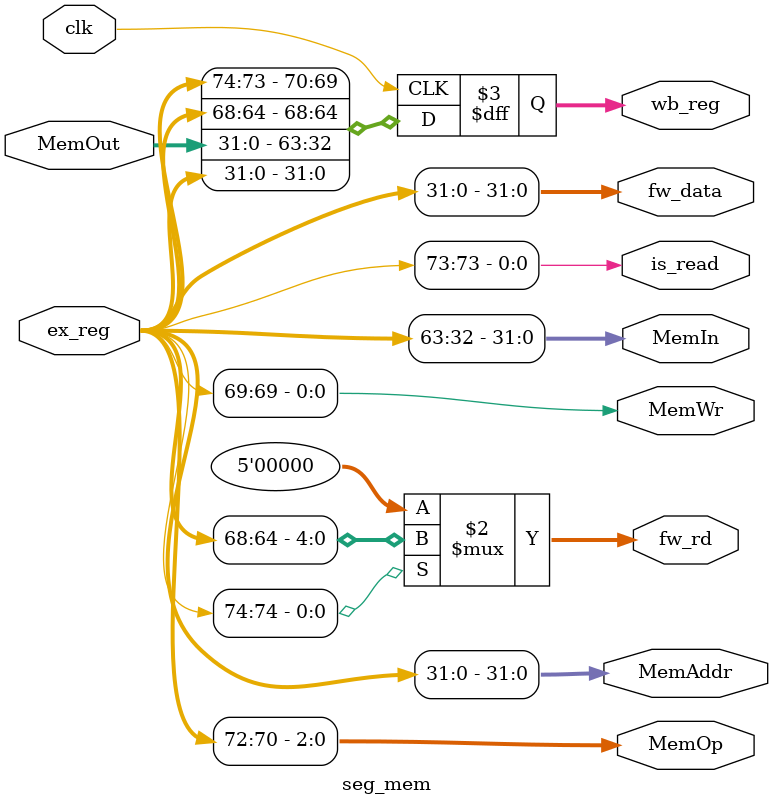
<source format=v>
`timescale 1ns / 1ps


module seg_mem(
    input clk,
    input [74:0] ex_reg,
    input [31:0] MemOut,
    output [2:0] MemOp,
    output MemWr, 
    output [31:0] MemAddr, MemIn,
    output reg [70:0] wb_reg,    // [70:69] wb_ctl, [68:64] rd, [63:32] MemOut, [31:0] ALUresult
    output is_read,
    output [4:0] fw_rd,
    output [31:0] fw_data
    );

    assign MemOp = ex_reg[72:70];
    assign MemWr = ex_reg[69];
    assign MemAddr = ex_reg[31:0];
    assign MemIn = ex_reg[63:32];
    always @ (negedge clk) begin
        wb_reg <= {ex_reg[74:73], ex_reg[68:64], MemOut, ex_reg[31:0]};
    end

    assign is_read = ex_reg[73];
    assign fw_rd = ex_reg[74] ? ex_reg[68:64] : 5'b0;
    assign fw_data = ex_reg[31:0];
endmodule

</source>
